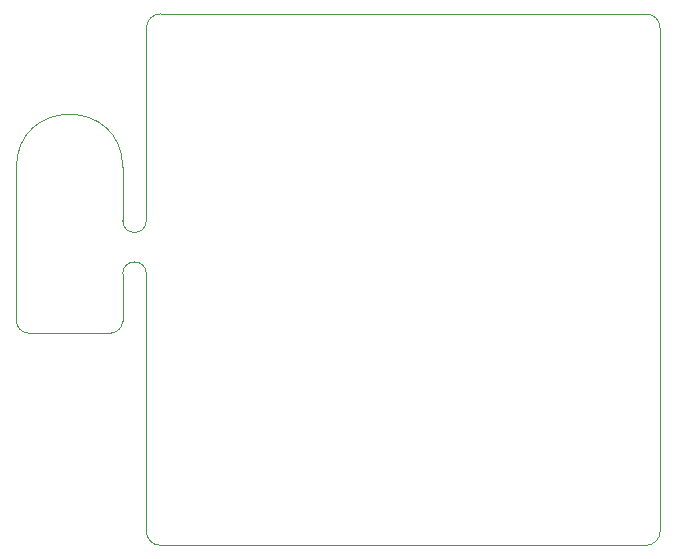
<source format=gm1>
G04 #@! TF.GenerationSoftware,KiCad,Pcbnew,8.0.5*
G04 #@! TF.CreationDate,2024-10-21T14:29:00+02:00*
G04 #@! TF.ProjectId,Slave,536c6176-652e-46b6-9963-61645f706362,rev?*
G04 #@! TF.SameCoordinates,Original*
G04 #@! TF.FileFunction,Profile,NP*
%FSLAX46Y46*%
G04 Gerber Fmt 4.6, Leading zero omitted, Abs format (unit mm)*
G04 Created by KiCad (PCBNEW 8.0.5) date 2024-10-21 14:29:00*
%MOMM*%
%LPD*%
G01*
G04 APERTURE LIST*
G04 #@! TA.AperFunction,Profile*
%ADD10C,0.050000*%
G04 #@! TD*
G04 APERTURE END LIST*
D10*
X32500000Y-81300000D02*
X32500000Y-59500000D01*
X32500000Y-38700001D02*
G75*
G02*
X33700000Y-37500000I1200000J1D01*
G01*
X76000000Y-81300000D02*
G75*
G02*
X74800000Y-82500000I-1200000J0D01*
G01*
X22500000Y-64500000D02*
G75*
G02*
X21500000Y-63500000I0J1000000D01*
G01*
X22500000Y-64500000D02*
X29483868Y-64500000D01*
X30500000Y-59500000D02*
G75*
G02*
X32500000Y-59500000I1000000J0D01*
G01*
X30500000Y-63500000D02*
G75*
G02*
X29483870Y-64499870I-1000000J0D01*
G01*
X74800000Y-37500000D02*
G75*
G02*
X76000000Y-38700000I0J-1200000D01*
G01*
X32500000Y-55000000D02*
X32500000Y-38700001D01*
X74800000Y-82500000D02*
X33700000Y-82500000D01*
X30500000Y-59500000D02*
X30500000Y-63500000D01*
X33700000Y-82500000D02*
G75*
G02*
X32500000Y-81300000I0J1200000D01*
G01*
X32500000Y-55000000D02*
G75*
G02*
X30500000Y-55000000I-1000000J0D01*
G01*
X21500000Y-50500000D02*
G75*
G02*
X30500000Y-50500000I4500000J0D01*
G01*
X76000000Y-38700000D02*
X76000000Y-81300000D01*
X30500000Y-55000000D02*
X30500000Y-50500000D01*
X33700000Y-37500000D02*
X74800000Y-37500000D01*
X21500000Y-50500000D02*
X21500000Y-63500000D01*
M02*

</source>
